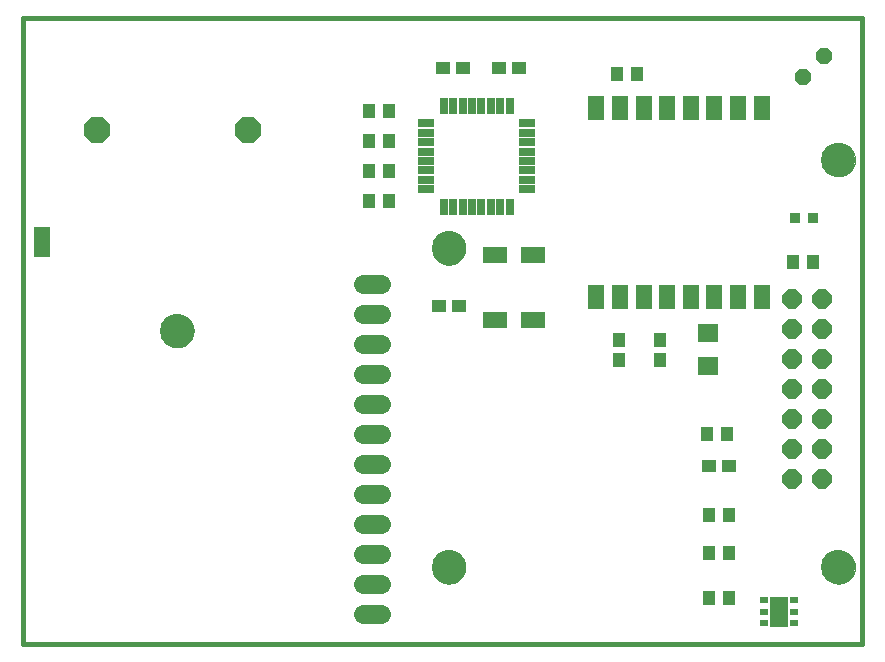
<source format=gts>
G75*
%MOIN*%
%OFA0B0*%
%FSLAX25Y25*%
%IPPOS*%
%LPD*%
%AMOC8*
5,1,8,0,0,1.08239X$1,22.5*
%
%ADD10C,0.01600*%
%ADD11C,0.00000*%
%ADD12C,0.11424*%
%ADD13R,0.06699X0.05912*%
%ADD14R,0.04337X0.04731*%
%ADD15R,0.07880X0.05518*%
%ADD16R,0.04731X0.04337*%
%ADD17R,0.03550X0.03550*%
%ADD18R,0.05518X0.08274*%
%ADD19OC8,0.06400*%
%ADD20R,0.02600X0.05400*%
%ADD21R,0.05400X0.02600*%
%ADD22R,0.02762X0.01975*%
%ADD23R,0.06306X0.09849*%
%ADD24R,0.05400X0.10400*%
%ADD25C,0.06400*%
%ADD26OC8,0.05600*%
%ADD27OC8,0.08900*%
D10*
X0001800Y0001800D02*
X0281328Y0001800D01*
X0281328Y0210461D01*
X0001800Y0210461D01*
X0001800Y0001800D01*
D11*
X0138020Y0027391D02*
X0138022Y0027539D01*
X0138028Y0027687D01*
X0138038Y0027835D01*
X0138052Y0027982D01*
X0138070Y0028129D01*
X0138091Y0028275D01*
X0138117Y0028421D01*
X0138147Y0028566D01*
X0138180Y0028710D01*
X0138218Y0028853D01*
X0138259Y0028995D01*
X0138304Y0029136D01*
X0138352Y0029276D01*
X0138405Y0029415D01*
X0138461Y0029552D01*
X0138521Y0029687D01*
X0138584Y0029821D01*
X0138651Y0029953D01*
X0138722Y0030083D01*
X0138796Y0030211D01*
X0138873Y0030337D01*
X0138954Y0030461D01*
X0139038Y0030583D01*
X0139125Y0030702D01*
X0139216Y0030819D01*
X0139310Y0030934D01*
X0139406Y0031046D01*
X0139506Y0031156D01*
X0139608Y0031262D01*
X0139714Y0031366D01*
X0139822Y0031467D01*
X0139933Y0031565D01*
X0140046Y0031661D01*
X0140162Y0031753D01*
X0140280Y0031842D01*
X0140401Y0031927D01*
X0140524Y0032010D01*
X0140649Y0032089D01*
X0140776Y0032165D01*
X0140905Y0032237D01*
X0141036Y0032306D01*
X0141169Y0032371D01*
X0141304Y0032432D01*
X0141440Y0032490D01*
X0141577Y0032545D01*
X0141716Y0032595D01*
X0141857Y0032642D01*
X0141998Y0032685D01*
X0142141Y0032725D01*
X0142285Y0032760D01*
X0142429Y0032792D01*
X0142575Y0032819D01*
X0142721Y0032843D01*
X0142868Y0032863D01*
X0143015Y0032879D01*
X0143162Y0032891D01*
X0143310Y0032899D01*
X0143458Y0032903D01*
X0143606Y0032903D01*
X0143754Y0032899D01*
X0143902Y0032891D01*
X0144049Y0032879D01*
X0144196Y0032863D01*
X0144343Y0032843D01*
X0144489Y0032819D01*
X0144635Y0032792D01*
X0144779Y0032760D01*
X0144923Y0032725D01*
X0145066Y0032685D01*
X0145207Y0032642D01*
X0145348Y0032595D01*
X0145487Y0032545D01*
X0145624Y0032490D01*
X0145760Y0032432D01*
X0145895Y0032371D01*
X0146028Y0032306D01*
X0146159Y0032237D01*
X0146288Y0032165D01*
X0146415Y0032089D01*
X0146540Y0032010D01*
X0146663Y0031927D01*
X0146784Y0031842D01*
X0146902Y0031753D01*
X0147018Y0031661D01*
X0147131Y0031565D01*
X0147242Y0031467D01*
X0147350Y0031366D01*
X0147456Y0031262D01*
X0147558Y0031156D01*
X0147658Y0031046D01*
X0147754Y0030934D01*
X0147848Y0030819D01*
X0147939Y0030702D01*
X0148026Y0030583D01*
X0148110Y0030461D01*
X0148191Y0030337D01*
X0148268Y0030211D01*
X0148342Y0030083D01*
X0148413Y0029953D01*
X0148480Y0029821D01*
X0148543Y0029687D01*
X0148603Y0029552D01*
X0148659Y0029415D01*
X0148712Y0029276D01*
X0148760Y0029136D01*
X0148805Y0028995D01*
X0148846Y0028853D01*
X0148884Y0028710D01*
X0148917Y0028566D01*
X0148947Y0028421D01*
X0148973Y0028275D01*
X0148994Y0028129D01*
X0149012Y0027982D01*
X0149026Y0027835D01*
X0149036Y0027687D01*
X0149042Y0027539D01*
X0149044Y0027391D01*
X0149042Y0027243D01*
X0149036Y0027095D01*
X0149026Y0026947D01*
X0149012Y0026800D01*
X0148994Y0026653D01*
X0148973Y0026507D01*
X0148947Y0026361D01*
X0148917Y0026216D01*
X0148884Y0026072D01*
X0148846Y0025929D01*
X0148805Y0025787D01*
X0148760Y0025646D01*
X0148712Y0025506D01*
X0148659Y0025367D01*
X0148603Y0025230D01*
X0148543Y0025095D01*
X0148480Y0024961D01*
X0148413Y0024829D01*
X0148342Y0024699D01*
X0148268Y0024571D01*
X0148191Y0024445D01*
X0148110Y0024321D01*
X0148026Y0024199D01*
X0147939Y0024080D01*
X0147848Y0023963D01*
X0147754Y0023848D01*
X0147658Y0023736D01*
X0147558Y0023626D01*
X0147456Y0023520D01*
X0147350Y0023416D01*
X0147242Y0023315D01*
X0147131Y0023217D01*
X0147018Y0023121D01*
X0146902Y0023029D01*
X0146784Y0022940D01*
X0146663Y0022855D01*
X0146540Y0022772D01*
X0146415Y0022693D01*
X0146288Y0022617D01*
X0146159Y0022545D01*
X0146028Y0022476D01*
X0145895Y0022411D01*
X0145760Y0022350D01*
X0145624Y0022292D01*
X0145487Y0022237D01*
X0145348Y0022187D01*
X0145207Y0022140D01*
X0145066Y0022097D01*
X0144923Y0022057D01*
X0144779Y0022022D01*
X0144635Y0021990D01*
X0144489Y0021963D01*
X0144343Y0021939D01*
X0144196Y0021919D01*
X0144049Y0021903D01*
X0143902Y0021891D01*
X0143754Y0021883D01*
X0143606Y0021879D01*
X0143458Y0021879D01*
X0143310Y0021883D01*
X0143162Y0021891D01*
X0143015Y0021903D01*
X0142868Y0021919D01*
X0142721Y0021939D01*
X0142575Y0021963D01*
X0142429Y0021990D01*
X0142285Y0022022D01*
X0142141Y0022057D01*
X0141998Y0022097D01*
X0141857Y0022140D01*
X0141716Y0022187D01*
X0141577Y0022237D01*
X0141440Y0022292D01*
X0141304Y0022350D01*
X0141169Y0022411D01*
X0141036Y0022476D01*
X0140905Y0022545D01*
X0140776Y0022617D01*
X0140649Y0022693D01*
X0140524Y0022772D01*
X0140401Y0022855D01*
X0140280Y0022940D01*
X0140162Y0023029D01*
X0140046Y0023121D01*
X0139933Y0023217D01*
X0139822Y0023315D01*
X0139714Y0023416D01*
X0139608Y0023520D01*
X0139506Y0023626D01*
X0139406Y0023736D01*
X0139310Y0023848D01*
X0139216Y0023963D01*
X0139125Y0024080D01*
X0139038Y0024199D01*
X0138954Y0024321D01*
X0138873Y0024445D01*
X0138796Y0024571D01*
X0138722Y0024699D01*
X0138651Y0024829D01*
X0138584Y0024961D01*
X0138521Y0025095D01*
X0138461Y0025230D01*
X0138405Y0025367D01*
X0138352Y0025506D01*
X0138304Y0025646D01*
X0138259Y0025787D01*
X0138218Y0025929D01*
X0138180Y0026072D01*
X0138147Y0026216D01*
X0138117Y0026361D01*
X0138091Y0026507D01*
X0138070Y0026653D01*
X0138052Y0026800D01*
X0138038Y0026947D01*
X0138028Y0027095D01*
X0138022Y0027243D01*
X0138020Y0027391D01*
X0047469Y0106131D02*
X0047471Y0106279D01*
X0047477Y0106427D01*
X0047487Y0106575D01*
X0047501Y0106722D01*
X0047519Y0106869D01*
X0047540Y0107015D01*
X0047566Y0107161D01*
X0047596Y0107306D01*
X0047629Y0107450D01*
X0047667Y0107593D01*
X0047708Y0107735D01*
X0047753Y0107876D01*
X0047801Y0108016D01*
X0047854Y0108155D01*
X0047910Y0108292D01*
X0047970Y0108427D01*
X0048033Y0108561D01*
X0048100Y0108693D01*
X0048171Y0108823D01*
X0048245Y0108951D01*
X0048322Y0109077D01*
X0048403Y0109201D01*
X0048487Y0109323D01*
X0048574Y0109442D01*
X0048665Y0109559D01*
X0048759Y0109674D01*
X0048855Y0109786D01*
X0048955Y0109896D01*
X0049057Y0110002D01*
X0049163Y0110106D01*
X0049271Y0110207D01*
X0049382Y0110305D01*
X0049495Y0110401D01*
X0049611Y0110493D01*
X0049729Y0110582D01*
X0049850Y0110667D01*
X0049973Y0110750D01*
X0050098Y0110829D01*
X0050225Y0110905D01*
X0050354Y0110977D01*
X0050485Y0111046D01*
X0050618Y0111111D01*
X0050753Y0111172D01*
X0050889Y0111230D01*
X0051026Y0111285D01*
X0051165Y0111335D01*
X0051306Y0111382D01*
X0051447Y0111425D01*
X0051590Y0111465D01*
X0051734Y0111500D01*
X0051878Y0111532D01*
X0052024Y0111559D01*
X0052170Y0111583D01*
X0052317Y0111603D01*
X0052464Y0111619D01*
X0052611Y0111631D01*
X0052759Y0111639D01*
X0052907Y0111643D01*
X0053055Y0111643D01*
X0053203Y0111639D01*
X0053351Y0111631D01*
X0053498Y0111619D01*
X0053645Y0111603D01*
X0053792Y0111583D01*
X0053938Y0111559D01*
X0054084Y0111532D01*
X0054228Y0111500D01*
X0054372Y0111465D01*
X0054515Y0111425D01*
X0054656Y0111382D01*
X0054797Y0111335D01*
X0054936Y0111285D01*
X0055073Y0111230D01*
X0055209Y0111172D01*
X0055344Y0111111D01*
X0055477Y0111046D01*
X0055608Y0110977D01*
X0055737Y0110905D01*
X0055864Y0110829D01*
X0055989Y0110750D01*
X0056112Y0110667D01*
X0056233Y0110582D01*
X0056351Y0110493D01*
X0056467Y0110401D01*
X0056580Y0110305D01*
X0056691Y0110207D01*
X0056799Y0110106D01*
X0056905Y0110002D01*
X0057007Y0109896D01*
X0057107Y0109786D01*
X0057203Y0109674D01*
X0057297Y0109559D01*
X0057388Y0109442D01*
X0057475Y0109323D01*
X0057559Y0109201D01*
X0057640Y0109077D01*
X0057717Y0108951D01*
X0057791Y0108823D01*
X0057862Y0108693D01*
X0057929Y0108561D01*
X0057992Y0108427D01*
X0058052Y0108292D01*
X0058108Y0108155D01*
X0058161Y0108016D01*
X0058209Y0107876D01*
X0058254Y0107735D01*
X0058295Y0107593D01*
X0058333Y0107450D01*
X0058366Y0107306D01*
X0058396Y0107161D01*
X0058422Y0107015D01*
X0058443Y0106869D01*
X0058461Y0106722D01*
X0058475Y0106575D01*
X0058485Y0106427D01*
X0058491Y0106279D01*
X0058493Y0106131D01*
X0058491Y0105983D01*
X0058485Y0105835D01*
X0058475Y0105687D01*
X0058461Y0105540D01*
X0058443Y0105393D01*
X0058422Y0105247D01*
X0058396Y0105101D01*
X0058366Y0104956D01*
X0058333Y0104812D01*
X0058295Y0104669D01*
X0058254Y0104527D01*
X0058209Y0104386D01*
X0058161Y0104246D01*
X0058108Y0104107D01*
X0058052Y0103970D01*
X0057992Y0103835D01*
X0057929Y0103701D01*
X0057862Y0103569D01*
X0057791Y0103439D01*
X0057717Y0103311D01*
X0057640Y0103185D01*
X0057559Y0103061D01*
X0057475Y0102939D01*
X0057388Y0102820D01*
X0057297Y0102703D01*
X0057203Y0102588D01*
X0057107Y0102476D01*
X0057007Y0102366D01*
X0056905Y0102260D01*
X0056799Y0102156D01*
X0056691Y0102055D01*
X0056580Y0101957D01*
X0056467Y0101861D01*
X0056351Y0101769D01*
X0056233Y0101680D01*
X0056112Y0101595D01*
X0055989Y0101512D01*
X0055864Y0101433D01*
X0055737Y0101357D01*
X0055608Y0101285D01*
X0055477Y0101216D01*
X0055344Y0101151D01*
X0055209Y0101090D01*
X0055073Y0101032D01*
X0054936Y0100977D01*
X0054797Y0100927D01*
X0054656Y0100880D01*
X0054515Y0100837D01*
X0054372Y0100797D01*
X0054228Y0100762D01*
X0054084Y0100730D01*
X0053938Y0100703D01*
X0053792Y0100679D01*
X0053645Y0100659D01*
X0053498Y0100643D01*
X0053351Y0100631D01*
X0053203Y0100623D01*
X0053055Y0100619D01*
X0052907Y0100619D01*
X0052759Y0100623D01*
X0052611Y0100631D01*
X0052464Y0100643D01*
X0052317Y0100659D01*
X0052170Y0100679D01*
X0052024Y0100703D01*
X0051878Y0100730D01*
X0051734Y0100762D01*
X0051590Y0100797D01*
X0051447Y0100837D01*
X0051306Y0100880D01*
X0051165Y0100927D01*
X0051026Y0100977D01*
X0050889Y0101032D01*
X0050753Y0101090D01*
X0050618Y0101151D01*
X0050485Y0101216D01*
X0050354Y0101285D01*
X0050225Y0101357D01*
X0050098Y0101433D01*
X0049973Y0101512D01*
X0049850Y0101595D01*
X0049729Y0101680D01*
X0049611Y0101769D01*
X0049495Y0101861D01*
X0049382Y0101957D01*
X0049271Y0102055D01*
X0049163Y0102156D01*
X0049057Y0102260D01*
X0048955Y0102366D01*
X0048855Y0102476D01*
X0048759Y0102588D01*
X0048665Y0102703D01*
X0048574Y0102820D01*
X0048487Y0102939D01*
X0048403Y0103061D01*
X0048322Y0103185D01*
X0048245Y0103311D01*
X0048171Y0103439D01*
X0048100Y0103569D01*
X0048033Y0103701D01*
X0047970Y0103835D01*
X0047910Y0103970D01*
X0047854Y0104107D01*
X0047801Y0104246D01*
X0047753Y0104386D01*
X0047708Y0104527D01*
X0047667Y0104669D01*
X0047629Y0104812D01*
X0047596Y0104956D01*
X0047566Y0105101D01*
X0047540Y0105247D01*
X0047519Y0105393D01*
X0047501Y0105540D01*
X0047487Y0105687D01*
X0047477Y0105835D01*
X0047471Y0105983D01*
X0047469Y0106131D01*
X0138020Y0133690D02*
X0138022Y0133838D01*
X0138028Y0133986D01*
X0138038Y0134134D01*
X0138052Y0134281D01*
X0138070Y0134428D01*
X0138091Y0134574D01*
X0138117Y0134720D01*
X0138147Y0134865D01*
X0138180Y0135009D01*
X0138218Y0135152D01*
X0138259Y0135294D01*
X0138304Y0135435D01*
X0138352Y0135575D01*
X0138405Y0135714D01*
X0138461Y0135851D01*
X0138521Y0135986D01*
X0138584Y0136120D01*
X0138651Y0136252D01*
X0138722Y0136382D01*
X0138796Y0136510D01*
X0138873Y0136636D01*
X0138954Y0136760D01*
X0139038Y0136882D01*
X0139125Y0137001D01*
X0139216Y0137118D01*
X0139310Y0137233D01*
X0139406Y0137345D01*
X0139506Y0137455D01*
X0139608Y0137561D01*
X0139714Y0137665D01*
X0139822Y0137766D01*
X0139933Y0137864D01*
X0140046Y0137960D01*
X0140162Y0138052D01*
X0140280Y0138141D01*
X0140401Y0138226D01*
X0140524Y0138309D01*
X0140649Y0138388D01*
X0140776Y0138464D01*
X0140905Y0138536D01*
X0141036Y0138605D01*
X0141169Y0138670D01*
X0141304Y0138731D01*
X0141440Y0138789D01*
X0141577Y0138844D01*
X0141716Y0138894D01*
X0141857Y0138941D01*
X0141998Y0138984D01*
X0142141Y0139024D01*
X0142285Y0139059D01*
X0142429Y0139091D01*
X0142575Y0139118D01*
X0142721Y0139142D01*
X0142868Y0139162D01*
X0143015Y0139178D01*
X0143162Y0139190D01*
X0143310Y0139198D01*
X0143458Y0139202D01*
X0143606Y0139202D01*
X0143754Y0139198D01*
X0143902Y0139190D01*
X0144049Y0139178D01*
X0144196Y0139162D01*
X0144343Y0139142D01*
X0144489Y0139118D01*
X0144635Y0139091D01*
X0144779Y0139059D01*
X0144923Y0139024D01*
X0145066Y0138984D01*
X0145207Y0138941D01*
X0145348Y0138894D01*
X0145487Y0138844D01*
X0145624Y0138789D01*
X0145760Y0138731D01*
X0145895Y0138670D01*
X0146028Y0138605D01*
X0146159Y0138536D01*
X0146288Y0138464D01*
X0146415Y0138388D01*
X0146540Y0138309D01*
X0146663Y0138226D01*
X0146784Y0138141D01*
X0146902Y0138052D01*
X0147018Y0137960D01*
X0147131Y0137864D01*
X0147242Y0137766D01*
X0147350Y0137665D01*
X0147456Y0137561D01*
X0147558Y0137455D01*
X0147658Y0137345D01*
X0147754Y0137233D01*
X0147848Y0137118D01*
X0147939Y0137001D01*
X0148026Y0136882D01*
X0148110Y0136760D01*
X0148191Y0136636D01*
X0148268Y0136510D01*
X0148342Y0136382D01*
X0148413Y0136252D01*
X0148480Y0136120D01*
X0148543Y0135986D01*
X0148603Y0135851D01*
X0148659Y0135714D01*
X0148712Y0135575D01*
X0148760Y0135435D01*
X0148805Y0135294D01*
X0148846Y0135152D01*
X0148884Y0135009D01*
X0148917Y0134865D01*
X0148947Y0134720D01*
X0148973Y0134574D01*
X0148994Y0134428D01*
X0149012Y0134281D01*
X0149026Y0134134D01*
X0149036Y0133986D01*
X0149042Y0133838D01*
X0149044Y0133690D01*
X0149042Y0133542D01*
X0149036Y0133394D01*
X0149026Y0133246D01*
X0149012Y0133099D01*
X0148994Y0132952D01*
X0148973Y0132806D01*
X0148947Y0132660D01*
X0148917Y0132515D01*
X0148884Y0132371D01*
X0148846Y0132228D01*
X0148805Y0132086D01*
X0148760Y0131945D01*
X0148712Y0131805D01*
X0148659Y0131666D01*
X0148603Y0131529D01*
X0148543Y0131394D01*
X0148480Y0131260D01*
X0148413Y0131128D01*
X0148342Y0130998D01*
X0148268Y0130870D01*
X0148191Y0130744D01*
X0148110Y0130620D01*
X0148026Y0130498D01*
X0147939Y0130379D01*
X0147848Y0130262D01*
X0147754Y0130147D01*
X0147658Y0130035D01*
X0147558Y0129925D01*
X0147456Y0129819D01*
X0147350Y0129715D01*
X0147242Y0129614D01*
X0147131Y0129516D01*
X0147018Y0129420D01*
X0146902Y0129328D01*
X0146784Y0129239D01*
X0146663Y0129154D01*
X0146540Y0129071D01*
X0146415Y0128992D01*
X0146288Y0128916D01*
X0146159Y0128844D01*
X0146028Y0128775D01*
X0145895Y0128710D01*
X0145760Y0128649D01*
X0145624Y0128591D01*
X0145487Y0128536D01*
X0145348Y0128486D01*
X0145207Y0128439D01*
X0145066Y0128396D01*
X0144923Y0128356D01*
X0144779Y0128321D01*
X0144635Y0128289D01*
X0144489Y0128262D01*
X0144343Y0128238D01*
X0144196Y0128218D01*
X0144049Y0128202D01*
X0143902Y0128190D01*
X0143754Y0128182D01*
X0143606Y0128178D01*
X0143458Y0128178D01*
X0143310Y0128182D01*
X0143162Y0128190D01*
X0143015Y0128202D01*
X0142868Y0128218D01*
X0142721Y0128238D01*
X0142575Y0128262D01*
X0142429Y0128289D01*
X0142285Y0128321D01*
X0142141Y0128356D01*
X0141998Y0128396D01*
X0141857Y0128439D01*
X0141716Y0128486D01*
X0141577Y0128536D01*
X0141440Y0128591D01*
X0141304Y0128649D01*
X0141169Y0128710D01*
X0141036Y0128775D01*
X0140905Y0128844D01*
X0140776Y0128916D01*
X0140649Y0128992D01*
X0140524Y0129071D01*
X0140401Y0129154D01*
X0140280Y0129239D01*
X0140162Y0129328D01*
X0140046Y0129420D01*
X0139933Y0129516D01*
X0139822Y0129614D01*
X0139714Y0129715D01*
X0139608Y0129819D01*
X0139506Y0129925D01*
X0139406Y0130035D01*
X0139310Y0130147D01*
X0139216Y0130262D01*
X0139125Y0130379D01*
X0139038Y0130498D01*
X0138954Y0130620D01*
X0138873Y0130744D01*
X0138796Y0130870D01*
X0138722Y0130998D01*
X0138651Y0131128D01*
X0138584Y0131260D01*
X0138521Y0131394D01*
X0138461Y0131529D01*
X0138405Y0131666D01*
X0138352Y0131805D01*
X0138304Y0131945D01*
X0138259Y0132086D01*
X0138218Y0132228D01*
X0138180Y0132371D01*
X0138147Y0132515D01*
X0138117Y0132660D01*
X0138091Y0132806D01*
X0138070Y0132952D01*
X0138052Y0133099D01*
X0138038Y0133246D01*
X0138028Y0133394D01*
X0138022Y0133542D01*
X0138020Y0133690D01*
X0267942Y0163217D02*
X0267944Y0163365D01*
X0267950Y0163513D01*
X0267960Y0163661D01*
X0267974Y0163808D01*
X0267992Y0163955D01*
X0268013Y0164101D01*
X0268039Y0164247D01*
X0268069Y0164392D01*
X0268102Y0164536D01*
X0268140Y0164679D01*
X0268181Y0164821D01*
X0268226Y0164962D01*
X0268274Y0165102D01*
X0268327Y0165241D01*
X0268383Y0165378D01*
X0268443Y0165513D01*
X0268506Y0165647D01*
X0268573Y0165779D01*
X0268644Y0165909D01*
X0268718Y0166037D01*
X0268795Y0166163D01*
X0268876Y0166287D01*
X0268960Y0166409D01*
X0269047Y0166528D01*
X0269138Y0166645D01*
X0269232Y0166760D01*
X0269328Y0166872D01*
X0269428Y0166982D01*
X0269530Y0167088D01*
X0269636Y0167192D01*
X0269744Y0167293D01*
X0269855Y0167391D01*
X0269968Y0167487D01*
X0270084Y0167579D01*
X0270202Y0167668D01*
X0270323Y0167753D01*
X0270446Y0167836D01*
X0270571Y0167915D01*
X0270698Y0167991D01*
X0270827Y0168063D01*
X0270958Y0168132D01*
X0271091Y0168197D01*
X0271226Y0168258D01*
X0271362Y0168316D01*
X0271499Y0168371D01*
X0271638Y0168421D01*
X0271779Y0168468D01*
X0271920Y0168511D01*
X0272063Y0168551D01*
X0272207Y0168586D01*
X0272351Y0168618D01*
X0272497Y0168645D01*
X0272643Y0168669D01*
X0272790Y0168689D01*
X0272937Y0168705D01*
X0273084Y0168717D01*
X0273232Y0168725D01*
X0273380Y0168729D01*
X0273528Y0168729D01*
X0273676Y0168725D01*
X0273824Y0168717D01*
X0273971Y0168705D01*
X0274118Y0168689D01*
X0274265Y0168669D01*
X0274411Y0168645D01*
X0274557Y0168618D01*
X0274701Y0168586D01*
X0274845Y0168551D01*
X0274988Y0168511D01*
X0275129Y0168468D01*
X0275270Y0168421D01*
X0275409Y0168371D01*
X0275546Y0168316D01*
X0275682Y0168258D01*
X0275817Y0168197D01*
X0275950Y0168132D01*
X0276081Y0168063D01*
X0276210Y0167991D01*
X0276337Y0167915D01*
X0276462Y0167836D01*
X0276585Y0167753D01*
X0276706Y0167668D01*
X0276824Y0167579D01*
X0276940Y0167487D01*
X0277053Y0167391D01*
X0277164Y0167293D01*
X0277272Y0167192D01*
X0277378Y0167088D01*
X0277480Y0166982D01*
X0277580Y0166872D01*
X0277676Y0166760D01*
X0277770Y0166645D01*
X0277861Y0166528D01*
X0277948Y0166409D01*
X0278032Y0166287D01*
X0278113Y0166163D01*
X0278190Y0166037D01*
X0278264Y0165909D01*
X0278335Y0165779D01*
X0278402Y0165647D01*
X0278465Y0165513D01*
X0278525Y0165378D01*
X0278581Y0165241D01*
X0278634Y0165102D01*
X0278682Y0164962D01*
X0278727Y0164821D01*
X0278768Y0164679D01*
X0278806Y0164536D01*
X0278839Y0164392D01*
X0278869Y0164247D01*
X0278895Y0164101D01*
X0278916Y0163955D01*
X0278934Y0163808D01*
X0278948Y0163661D01*
X0278958Y0163513D01*
X0278964Y0163365D01*
X0278966Y0163217D01*
X0278964Y0163069D01*
X0278958Y0162921D01*
X0278948Y0162773D01*
X0278934Y0162626D01*
X0278916Y0162479D01*
X0278895Y0162333D01*
X0278869Y0162187D01*
X0278839Y0162042D01*
X0278806Y0161898D01*
X0278768Y0161755D01*
X0278727Y0161613D01*
X0278682Y0161472D01*
X0278634Y0161332D01*
X0278581Y0161193D01*
X0278525Y0161056D01*
X0278465Y0160921D01*
X0278402Y0160787D01*
X0278335Y0160655D01*
X0278264Y0160525D01*
X0278190Y0160397D01*
X0278113Y0160271D01*
X0278032Y0160147D01*
X0277948Y0160025D01*
X0277861Y0159906D01*
X0277770Y0159789D01*
X0277676Y0159674D01*
X0277580Y0159562D01*
X0277480Y0159452D01*
X0277378Y0159346D01*
X0277272Y0159242D01*
X0277164Y0159141D01*
X0277053Y0159043D01*
X0276940Y0158947D01*
X0276824Y0158855D01*
X0276706Y0158766D01*
X0276585Y0158681D01*
X0276462Y0158598D01*
X0276337Y0158519D01*
X0276210Y0158443D01*
X0276081Y0158371D01*
X0275950Y0158302D01*
X0275817Y0158237D01*
X0275682Y0158176D01*
X0275546Y0158118D01*
X0275409Y0158063D01*
X0275270Y0158013D01*
X0275129Y0157966D01*
X0274988Y0157923D01*
X0274845Y0157883D01*
X0274701Y0157848D01*
X0274557Y0157816D01*
X0274411Y0157789D01*
X0274265Y0157765D01*
X0274118Y0157745D01*
X0273971Y0157729D01*
X0273824Y0157717D01*
X0273676Y0157709D01*
X0273528Y0157705D01*
X0273380Y0157705D01*
X0273232Y0157709D01*
X0273084Y0157717D01*
X0272937Y0157729D01*
X0272790Y0157745D01*
X0272643Y0157765D01*
X0272497Y0157789D01*
X0272351Y0157816D01*
X0272207Y0157848D01*
X0272063Y0157883D01*
X0271920Y0157923D01*
X0271779Y0157966D01*
X0271638Y0158013D01*
X0271499Y0158063D01*
X0271362Y0158118D01*
X0271226Y0158176D01*
X0271091Y0158237D01*
X0270958Y0158302D01*
X0270827Y0158371D01*
X0270698Y0158443D01*
X0270571Y0158519D01*
X0270446Y0158598D01*
X0270323Y0158681D01*
X0270202Y0158766D01*
X0270084Y0158855D01*
X0269968Y0158947D01*
X0269855Y0159043D01*
X0269744Y0159141D01*
X0269636Y0159242D01*
X0269530Y0159346D01*
X0269428Y0159452D01*
X0269328Y0159562D01*
X0269232Y0159674D01*
X0269138Y0159789D01*
X0269047Y0159906D01*
X0268960Y0160025D01*
X0268876Y0160147D01*
X0268795Y0160271D01*
X0268718Y0160397D01*
X0268644Y0160525D01*
X0268573Y0160655D01*
X0268506Y0160787D01*
X0268443Y0160921D01*
X0268383Y0161056D01*
X0268327Y0161193D01*
X0268274Y0161332D01*
X0268226Y0161472D01*
X0268181Y0161613D01*
X0268140Y0161755D01*
X0268102Y0161898D01*
X0268069Y0162042D01*
X0268039Y0162187D01*
X0268013Y0162333D01*
X0267992Y0162479D01*
X0267974Y0162626D01*
X0267960Y0162773D01*
X0267950Y0162921D01*
X0267944Y0163069D01*
X0267942Y0163217D01*
X0267942Y0027391D02*
X0267944Y0027539D01*
X0267950Y0027687D01*
X0267960Y0027835D01*
X0267974Y0027982D01*
X0267992Y0028129D01*
X0268013Y0028275D01*
X0268039Y0028421D01*
X0268069Y0028566D01*
X0268102Y0028710D01*
X0268140Y0028853D01*
X0268181Y0028995D01*
X0268226Y0029136D01*
X0268274Y0029276D01*
X0268327Y0029415D01*
X0268383Y0029552D01*
X0268443Y0029687D01*
X0268506Y0029821D01*
X0268573Y0029953D01*
X0268644Y0030083D01*
X0268718Y0030211D01*
X0268795Y0030337D01*
X0268876Y0030461D01*
X0268960Y0030583D01*
X0269047Y0030702D01*
X0269138Y0030819D01*
X0269232Y0030934D01*
X0269328Y0031046D01*
X0269428Y0031156D01*
X0269530Y0031262D01*
X0269636Y0031366D01*
X0269744Y0031467D01*
X0269855Y0031565D01*
X0269968Y0031661D01*
X0270084Y0031753D01*
X0270202Y0031842D01*
X0270323Y0031927D01*
X0270446Y0032010D01*
X0270571Y0032089D01*
X0270698Y0032165D01*
X0270827Y0032237D01*
X0270958Y0032306D01*
X0271091Y0032371D01*
X0271226Y0032432D01*
X0271362Y0032490D01*
X0271499Y0032545D01*
X0271638Y0032595D01*
X0271779Y0032642D01*
X0271920Y0032685D01*
X0272063Y0032725D01*
X0272207Y0032760D01*
X0272351Y0032792D01*
X0272497Y0032819D01*
X0272643Y0032843D01*
X0272790Y0032863D01*
X0272937Y0032879D01*
X0273084Y0032891D01*
X0273232Y0032899D01*
X0273380Y0032903D01*
X0273528Y0032903D01*
X0273676Y0032899D01*
X0273824Y0032891D01*
X0273971Y0032879D01*
X0274118Y0032863D01*
X0274265Y0032843D01*
X0274411Y0032819D01*
X0274557Y0032792D01*
X0274701Y0032760D01*
X0274845Y0032725D01*
X0274988Y0032685D01*
X0275129Y0032642D01*
X0275270Y0032595D01*
X0275409Y0032545D01*
X0275546Y0032490D01*
X0275682Y0032432D01*
X0275817Y0032371D01*
X0275950Y0032306D01*
X0276081Y0032237D01*
X0276210Y0032165D01*
X0276337Y0032089D01*
X0276462Y0032010D01*
X0276585Y0031927D01*
X0276706Y0031842D01*
X0276824Y0031753D01*
X0276940Y0031661D01*
X0277053Y0031565D01*
X0277164Y0031467D01*
X0277272Y0031366D01*
X0277378Y0031262D01*
X0277480Y0031156D01*
X0277580Y0031046D01*
X0277676Y0030934D01*
X0277770Y0030819D01*
X0277861Y0030702D01*
X0277948Y0030583D01*
X0278032Y0030461D01*
X0278113Y0030337D01*
X0278190Y0030211D01*
X0278264Y0030083D01*
X0278335Y0029953D01*
X0278402Y0029821D01*
X0278465Y0029687D01*
X0278525Y0029552D01*
X0278581Y0029415D01*
X0278634Y0029276D01*
X0278682Y0029136D01*
X0278727Y0028995D01*
X0278768Y0028853D01*
X0278806Y0028710D01*
X0278839Y0028566D01*
X0278869Y0028421D01*
X0278895Y0028275D01*
X0278916Y0028129D01*
X0278934Y0027982D01*
X0278948Y0027835D01*
X0278958Y0027687D01*
X0278964Y0027539D01*
X0278966Y0027391D01*
X0278964Y0027243D01*
X0278958Y0027095D01*
X0278948Y0026947D01*
X0278934Y0026800D01*
X0278916Y0026653D01*
X0278895Y0026507D01*
X0278869Y0026361D01*
X0278839Y0026216D01*
X0278806Y0026072D01*
X0278768Y0025929D01*
X0278727Y0025787D01*
X0278682Y0025646D01*
X0278634Y0025506D01*
X0278581Y0025367D01*
X0278525Y0025230D01*
X0278465Y0025095D01*
X0278402Y0024961D01*
X0278335Y0024829D01*
X0278264Y0024699D01*
X0278190Y0024571D01*
X0278113Y0024445D01*
X0278032Y0024321D01*
X0277948Y0024199D01*
X0277861Y0024080D01*
X0277770Y0023963D01*
X0277676Y0023848D01*
X0277580Y0023736D01*
X0277480Y0023626D01*
X0277378Y0023520D01*
X0277272Y0023416D01*
X0277164Y0023315D01*
X0277053Y0023217D01*
X0276940Y0023121D01*
X0276824Y0023029D01*
X0276706Y0022940D01*
X0276585Y0022855D01*
X0276462Y0022772D01*
X0276337Y0022693D01*
X0276210Y0022617D01*
X0276081Y0022545D01*
X0275950Y0022476D01*
X0275817Y0022411D01*
X0275682Y0022350D01*
X0275546Y0022292D01*
X0275409Y0022237D01*
X0275270Y0022187D01*
X0275129Y0022140D01*
X0274988Y0022097D01*
X0274845Y0022057D01*
X0274701Y0022022D01*
X0274557Y0021990D01*
X0274411Y0021963D01*
X0274265Y0021939D01*
X0274118Y0021919D01*
X0273971Y0021903D01*
X0273824Y0021891D01*
X0273676Y0021883D01*
X0273528Y0021879D01*
X0273380Y0021879D01*
X0273232Y0021883D01*
X0273084Y0021891D01*
X0272937Y0021903D01*
X0272790Y0021919D01*
X0272643Y0021939D01*
X0272497Y0021963D01*
X0272351Y0021990D01*
X0272207Y0022022D01*
X0272063Y0022057D01*
X0271920Y0022097D01*
X0271779Y0022140D01*
X0271638Y0022187D01*
X0271499Y0022237D01*
X0271362Y0022292D01*
X0271226Y0022350D01*
X0271091Y0022411D01*
X0270958Y0022476D01*
X0270827Y0022545D01*
X0270698Y0022617D01*
X0270571Y0022693D01*
X0270446Y0022772D01*
X0270323Y0022855D01*
X0270202Y0022940D01*
X0270084Y0023029D01*
X0269968Y0023121D01*
X0269855Y0023217D01*
X0269744Y0023315D01*
X0269636Y0023416D01*
X0269530Y0023520D01*
X0269428Y0023626D01*
X0269328Y0023736D01*
X0269232Y0023848D01*
X0269138Y0023963D01*
X0269047Y0024080D01*
X0268960Y0024199D01*
X0268876Y0024321D01*
X0268795Y0024445D01*
X0268718Y0024571D01*
X0268644Y0024699D01*
X0268573Y0024829D01*
X0268506Y0024961D01*
X0268443Y0025095D01*
X0268383Y0025230D01*
X0268327Y0025367D01*
X0268274Y0025506D01*
X0268226Y0025646D01*
X0268181Y0025787D01*
X0268140Y0025929D01*
X0268102Y0026072D01*
X0268069Y0026216D01*
X0268039Y0026361D01*
X0268013Y0026507D01*
X0267992Y0026653D01*
X0267974Y0026800D01*
X0267960Y0026947D01*
X0267950Y0027095D01*
X0267944Y0027243D01*
X0267942Y0027391D01*
D12*
X0273454Y0027391D03*
X0143532Y0027391D03*
X0052981Y0106131D03*
X0143532Y0133690D03*
X0273454Y0163217D03*
D13*
X0230017Y0105268D03*
X0230017Y0094244D03*
D14*
X0213809Y0096492D03*
X0213809Y0103185D03*
X0200184Y0103219D03*
X0200184Y0096527D03*
X0229517Y0071800D03*
X0236209Y0071800D03*
X0236946Y0044735D03*
X0230253Y0044735D03*
X0230253Y0032177D03*
X0236946Y0032177D03*
X0237126Y0017182D03*
X0230434Y0017182D03*
X0258362Y0129175D03*
X0265055Y0129175D03*
X0206209Y0191800D03*
X0199517Y0191800D03*
X0123709Y0179300D03*
X0117017Y0179300D03*
X0117017Y0169300D03*
X0123709Y0169300D03*
X0123709Y0159300D03*
X0117017Y0159300D03*
X0117017Y0149300D03*
X0123709Y0149300D03*
D15*
X0158887Y0131524D03*
X0171485Y0131524D03*
X0171485Y0109871D03*
X0158887Y0109871D03*
D16*
X0146832Y0114562D03*
X0140139Y0114562D03*
X0230253Y0061185D03*
X0236946Y0061185D03*
X0167132Y0193852D03*
X0160439Y0193852D03*
X0148412Y0193754D03*
X0141719Y0193754D03*
D17*
X0258926Y0143729D03*
X0264831Y0143729D03*
D18*
X0247863Y0117410D03*
X0239989Y0117410D03*
X0232115Y0117410D03*
X0224241Y0117410D03*
X0216367Y0117410D03*
X0208493Y0117410D03*
X0200619Y0117410D03*
X0192745Y0117410D03*
X0192745Y0180402D03*
X0200619Y0180402D03*
X0208493Y0180402D03*
X0216367Y0180402D03*
X0224241Y0180402D03*
X0232115Y0180402D03*
X0239989Y0180402D03*
X0247863Y0180402D03*
D19*
X0257863Y0116800D03*
X0267863Y0116800D03*
X0267863Y0106800D03*
X0257863Y0106800D03*
X0257863Y0096800D03*
X0267863Y0096800D03*
X0267863Y0086800D03*
X0257863Y0086800D03*
X0257863Y0076800D03*
X0267863Y0076800D03*
X0267863Y0066800D03*
X0257863Y0066800D03*
X0257863Y0056800D03*
X0267863Y0056800D03*
D20*
X0163887Y0147400D03*
X0160737Y0147400D03*
X0157587Y0147400D03*
X0154438Y0147400D03*
X0151288Y0147400D03*
X0148139Y0147400D03*
X0144989Y0147400D03*
X0141839Y0147400D03*
X0141839Y0181200D03*
X0144989Y0181200D03*
X0148139Y0181200D03*
X0151288Y0181200D03*
X0154438Y0181200D03*
X0157587Y0181200D03*
X0160737Y0181200D03*
X0163887Y0181200D03*
D21*
X0169763Y0175324D03*
X0169763Y0172174D03*
X0169763Y0169024D03*
X0169763Y0165875D03*
X0169763Y0162725D03*
X0169763Y0159576D03*
X0169763Y0156426D03*
X0169763Y0153276D03*
X0135963Y0153276D03*
X0135963Y0156426D03*
X0135963Y0159576D03*
X0135963Y0162725D03*
X0135963Y0165875D03*
X0135963Y0169024D03*
X0135963Y0172174D03*
X0135963Y0175324D03*
D22*
X0248493Y0016485D03*
X0248493Y0012548D03*
X0248493Y0008611D03*
X0258729Y0008611D03*
X0258729Y0012548D03*
X0258729Y0016485D03*
D23*
X0253611Y0012548D03*
D24*
X0008099Y0135757D03*
D25*
X0114863Y0121800D02*
X0120863Y0121800D01*
X0120863Y0111800D02*
X0114863Y0111800D01*
X0114863Y0101800D02*
X0120863Y0101800D01*
X0120863Y0091800D02*
X0114863Y0091800D01*
X0114863Y0081800D02*
X0120863Y0081800D01*
X0120863Y0071800D02*
X0114863Y0071800D01*
X0114863Y0061800D02*
X0120863Y0061800D01*
X0120863Y0051800D02*
X0114863Y0051800D01*
X0114863Y0041800D02*
X0120863Y0041800D01*
X0120863Y0031800D02*
X0114863Y0031800D01*
X0114863Y0021800D02*
X0120863Y0021800D01*
X0120863Y0011800D02*
X0114863Y0011800D01*
D26*
X0261646Y0190800D03*
X0268646Y0197800D03*
D27*
X0076603Y0173060D03*
X0026209Y0173060D03*
M02*

</source>
